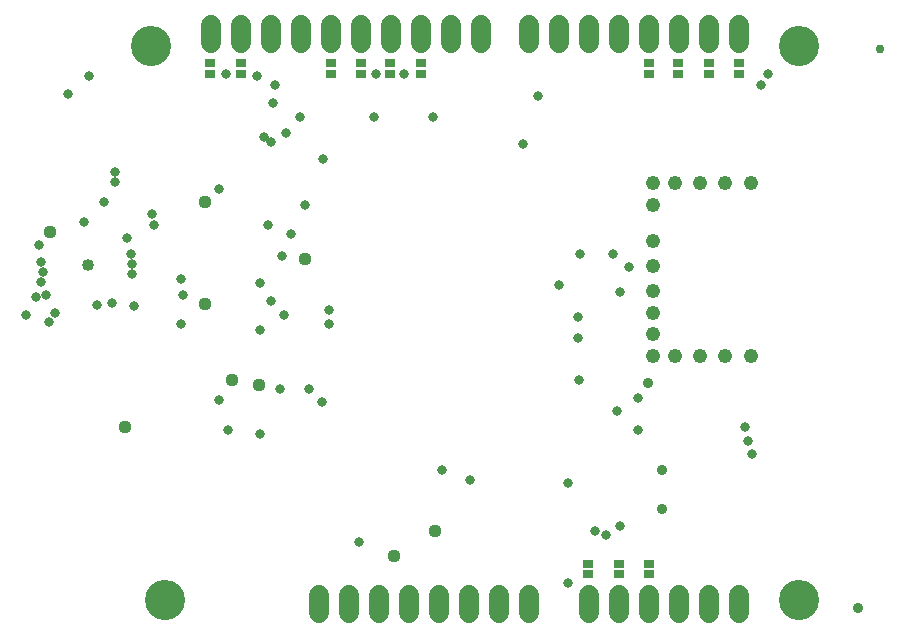
<source format=gbs>
G75*
%MOIN*%
%OFA0B0*%
%FSLAX25Y25*%
%IPPOS*%
%LPD*%
%AMOC8*
5,1,8,0,0,1.08239X$1,22.5*
%
%ADD10C,0.06737*%
%ADD11C,0.13398*%
%ADD12R,0.03800X0.02600*%
%ADD13C,0.03200*%
%ADD14C,0.04000*%
%ADD15C,0.04400*%
%ADD16C,0.03000*%
%ADD17C,0.04762*%
%ADD18C,0.03600*%
D10*
X0137048Y0022631D02*
X0137048Y0028569D01*
X0147048Y0028569D02*
X0147048Y0022631D01*
X0157048Y0022631D02*
X0157048Y0028569D01*
X0167048Y0028569D02*
X0167048Y0022631D01*
X0177048Y0022631D02*
X0177048Y0028569D01*
X0187048Y0028569D02*
X0187048Y0022631D01*
X0197048Y0022631D02*
X0197048Y0028569D01*
X0207048Y0028569D02*
X0207048Y0022631D01*
X0227048Y0022631D02*
X0227048Y0028569D01*
X0237048Y0028569D02*
X0237048Y0022631D01*
X0247048Y0022631D02*
X0247048Y0028569D01*
X0257048Y0028569D02*
X0257048Y0022631D01*
X0267048Y0022631D02*
X0267048Y0028569D01*
X0277048Y0028569D02*
X0277048Y0022631D01*
X0277048Y0212631D02*
X0277048Y0218569D01*
X0267048Y0218569D02*
X0267048Y0212631D01*
X0257048Y0212631D02*
X0257048Y0218569D01*
X0247048Y0218569D02*
X0247048Y0212631D01*
X0237048Y0212631D02*
X0237048Y0218569D01*
X0227048Y0218569D02*
X0227048Y0212631D01*
X0217048Y0212631D02*
X0217048Y0218569D01*
X0207048Y0218569D02*
X0207048Y0212631D01*
X0191048Y0212631D02*
X0191048Y0218569D01*
X0181048Y0218569D02*
X0181048Y0212631D01*
X0171048Y0212631D02*
X0171048Y0218569D01*
X0161048Y0218569D02*
X0161048Y0212631D01*
X0151048Y0212631D02*
X0151048Y0218569D01*
X0141048Y0218569D02*
X0141048Y0212631D01*
X0131048Y0212631D02*
X0131048Y0218569D01*
X0121048Y0218569D02*
X0121048Y0212631D01*
X0111048Y0212631D02*
X0111048Y0218569D01*
X0101048Y0218569D02*
X0101048Y0212631D01*
D11*
X0085898Y0026700D03*
X0081098Y0211500D03*
X0297348Y0211500D03*
X0297348Y0026700D03*
D12*
X0247248Y0035400D03*
X0247248Y0039000D03*
X0237048Y0039000D03*
X0237048Y0035400D03*
X0226848Y0035400D03*
X0226848Y0039000D03*
X0247248Y0202200D03*
X0247248Y0205800D03*
X0256848Y0205800D03*
X0256848Y0202200D03*
X0267048Y0202200D03*
X0267048Y0205800D03*
X0277248Y0205800D03*
X0277248Y0202200D03*
X0171048Y0202200D03*
X0171048Y0205800D03*
X0160848Y0205800D03*
X0160848Y0202200D03*
X0151248Y0202200D03*
X0151248Y0205800D03*
X0141048Y0205800D03*
X0141048Y0202200D03*
X0111048Y0202200D03*
X0111048Y0205800D03*
X0100848Y0205800D03*
X0100848Y0202200D03*
D13*
X0106248Y0202200D03*
X0116448Y0201600D03*
X0122448Y0198600D03*
X0121848Y0192600D03*
X0130848Y0187800D03*
X0126048Y0182400D03*
X0121248Y0179400D03*
X0118848Y0181200D03*
X0138648Y0174000D03*
X0132648Y0158400D03*
X0127848Y0148800D03*
X0124848Y0141600D03*
X0120048Y0151800D03*
X0103848Y0163800D03*
X0081648Y0155400D03*
X0082248Y0151800D03*
X0073248Y0147600D03*
X0074448Y0142200D03*
X0074982Y0138755D03*
X0074808Y0135600D03*
X0075648Y0124800D03*
X0068356Y0125722D03*
X0063249Y0125243D03*
X0049276Y0122406D03*
X0047238Y0119659D03*
X0039648Y0121800D03*
X0042771Y0127969D03*
X0046230Y0128603D03*
X0044555Y0132923D03*
X0045071Y0136131D03*
X0044448Y0139395D03*
X0043848Y0145200D03*
X0058848Y0153000D03*
X0065448Y0159600D03*
X0069048Y0166200D03*
X0069071Y0169581D03*
X0053448Y0195600D03*
X0060648Y0201600D03*
X0091248Y0133800D03*
X0091848Y0128400D03*
X0091248Y0118800D03*
X0117648Y0117000D03*
X0125448Y0121800D03*
X0121248Y0126600D03*
X0117648Y0132600D03*
X0140448Y0123600D03*
X0140448Y0118800D03*
X0133848Y0097200D03*
X0138048Y0093000D03*
X0124248Y0097200D03*
X0117648Y0082200D03*
X0106848Y0083400D03*
X0103848Y0093600D03*
X0150648Y0046200D03*
X0178248Y0070200D03*
X0187491Y0066853D03*
X0220248Y0066000D03*
X0229248Y0049800D03*
X0232848Y0048600D03*
X0237648Y0051600D03*
X0220248Y0032400D03*
X0243648Y0083400D03*
X0236448Y0090000D03*
X0243648Y0094200D03*
X0223848Y0100200D03*
X0223648Y0114200D03*
X0223448Y0121200D03*
X0217248Y0132000D03*
X0224161Y0142204D03*
X0235248Y0142200D03*
X0240648Y0138000D03*
X0237648Y0129600D03*
X0279048Y0084600D03*
X0280248Y0079800D03*
X0281673Y0075675D03*
X0205248Y0178800D03*
X0210048Y0195000D03*
X0175248Y0187800D03*
X0165648Y0202200D03*
X0156048Y0202200D03*
X0155448Y0187800D03*
X0284448Y0198600D03*
X0286848Y0202200D03*
D14*
X0060048Y0138500D03*
D15*
X0047448Y0149400D03*
X0099048Y0159600D03*
X0132648Y0140400D03*
X0099048Y0125400D03*
X0108048Y0100200D03*
X0117048Y0098400D03*
X0072648Y0084600D03*
X0162259Y0041400D03*
X0175848Y0049800D03*
D16*
X0324048Y0210600D03*
D17*
X0281048Y0165800D03*
X0272648Y0165800D03*
X0264248Y0165800D03*
X0255848Y0165800D03*
X0248648Y0165800D03*
X0248648Y0158600D03*
X0248648Y0146600D03*
X0248648Y0138200D03*
X0248648Y0129800D03*
X0248648Y0122600D03*
X0248648Y0115400D03*
X0248648Y0108200D03*
X0255848Y0108200D03*
X0264248Y0108200D03*
X0272648Y0108200D03*
X0281048Y0108200D03*
D18*
X0246798Y0099150D03*
X0251523Y0070275D03*
X0251373Y0057075D03*
X0316981Y0024281D03*
M02*

</source>
